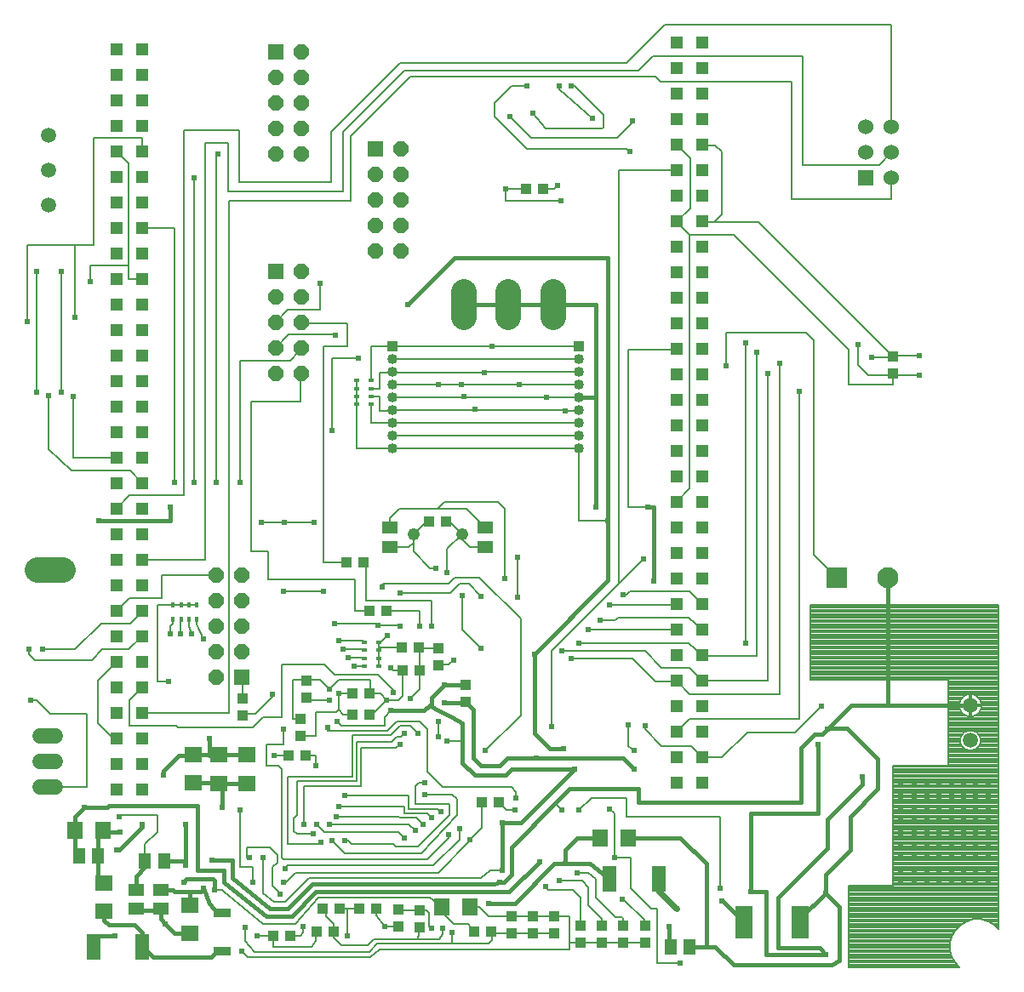
<source format=gbl>
G75*
%MOIN*%
%OFA0B0*%
%FSLAX25Y25*%
%IPPOS*%
%LPD*%
%AMOC8*
5,1,8,0,0,1.08239X$1,22.5*
%
%ADD10R,0.04724X0.04724*%
%ADD11R,0.04331X0.03937*%
%ADD12R,0.03937X0.04331*%
%ADD13R,0.05906X0.05118*%
%ADD14C,0.04800*%
%ADD15C,0.06024*%
%ADD16C,0.05906*%
%ADD17R,0.06024X0.06024*%
%ADD18C,0.06024*%
%ADD19R,0.02362X0.01575*%
%ADD20OC8,0.06024*%
%ADD21R,0.08268X0.08268*%
%ADD22C,0.08268*%
%ADD23R,0.06299X0.07087*%
%ADD24R,0.05118X0.05906*%
%ADD25R,0.05709X0.10236*%
%ADD26R,0.07000X0.03600*%
%ADD27R,0.07087X0.12598*%
%ADD28R,0.01575X0.02362*%
%ADD29C,0.10000*%
%ADD30R,0.07098X0.06299*%
%ADD31R,0.04000X0.04000*%
%ADD32C,0.04000*%
%ADD33R,0.07087X0.06299*%
%ADD34C,0.02400*%
%ADD35C,0.00800*%
%ADD36C,0.00787*%
%ADD37C,0.02381*%
%ADD38C,0.01600*%
%ADD39C,0.02400*%
D10*
X0081614Y0083150D03*
X0081614Y0093150D03*
X0091614Y0093150D03*
X0091614Y0083150D03*
X0091614Y0103150D03*
X0091614Y0113150D03*
X0091614Y0123150D03*
X0091614Y0133150D03*
X0091614Y0143150D03*
X0091614Y0153150D03*
X0091614Y0163150D03*
X0091614Y0173150D03*
X0091614Y0183150D03*
X0091614Y0193150D03*
X0091614Y0203150D03*
X0091614Y0213150D03*
X0091614Y0223150D03*
X0091614Y0233150D03*
X0091614Y0243150D03*
X0091614Y0253150D03*
X0091614Y0263150D03*
X0091614Y0273150D03*
X0091614Y0283150D03*
X0091614Y0293150D03*
X0091614Y0303150D03*
X0091614Y0313150D03*
X0091614Y0323150D03*
X0091614Y0333150D03*
X0091614Y0343150D03*
X0091614Y0353150D03*
X0091614Y0363150D03*
X0091614Y0373150D03*
X0081614Y0373150D03*
X0081614Y0363150D03*
X0081614Y0353150D03*
X0081614Y0343150D03*
X0081614Y0333150D03*
X0081614Y0323150D03*
X0081614Y0313150D03*
X0081614Y0303150D03*
X0081614Y0293150D03*
X0081614Y0283150D03*
X0081614Y0273150D03*
X0081614Y0263150D03*
X0081614Y0253150D03*
X0081614Y0243150D03*
X0081614Y0233150D03*
X0081614Y0223150D03*
X0081614Y0213150D03*
X0081614Y0203150D03*
X0081614Y0193150D03*
X0081614Y0183150D03*
X0081614Y0173150D03*
X0081614Y0163150D03*
X0081614Y0153150D03*
X0081614Y0143150D03*
X0081614Y0133150D03*
X0081614Y0123150D03*
X0081614Y0113150D03*
X0081614Y0103150D03*
X0301145Y0105650D03*
X0301145Y0095650D03*
X0311145Y0095650D03*
X0311145Y0105650D03*
X0311145Y0115650D03*
X0301145Y0115650D03*
X0301145Y0125650D03*
X0301145Y0135650D03*
X0301145Y0145650D03*
X0311145Y0145650D03*
X0311145Y0135650D03*
X0311145Y0125650D03*
X0311145Y0155650D03*
X0301145Y0155650D03*
X0301145Y0165650D03*
X0301145Y0175650D03*
X0311145Y0175650D03*
X0311145Y0165650D03*
X0311145Y0185650D03*
X0301145Y0185650D03*
X0301145Y0195650D03*
X0301145Y0205650D03*
X0311145Y0205650D03*
X0311145Y0195650D03*
X0311145Y0215650D03*
X0301145Y0215650D03*
X0301145Y0225650D03*
X0301145Y0235650D03*
X0311145Y0235650D03*
X0311145Y0225650D03*
X0311145Y0245650D03*
X0301145Y0245650D03*
X0301145Y0255650D03*
X0301145Y0265650D03*
X0311145Y0265650D03*
X0311145Y0255650D03*
X0311145Y0275650D03*
X0301145Y0275650D03*
X0301145Y0285650D03*
X0301145Y0295650D03*
X0311145Y0295650D03*
X0311145Y0285650D03*
X0311145Y0305650D03*
X0301145Y0305650D03*
X0301145Y0315650D03*
X0301145Y0325650D03*
X0311145Y0325650D03*
X0311145Y0315650D03*
X0311145Y0335650D03*
X0301145Y0335650D03*
X0301145Y0345650D03*
X0301145Y0355650D03*
X0311145Y0355650D03*
X0311145Y0345650D03*
X0311145Y0365650D03*
X0301145Y0365650D03*
X0301145Y0375650D03*
X0311145Y0375650D03*
X0311145Y0085650D03*
X0301145Y0085650D03*
D11*
X0236395Y0033346D03*
X0236395Y0026654D03*
X0200395Y0029204D03*
X0200395Y0035896D03*
X0191995Y0035996D03*
X0191995Y0029304D03*
X0149742Y0025800D03*
X0143049Y0025800D03*
X0131095Y0112154D03*
X0131095Y0118846D03*
X0174049Y0120650D03*
X0180742Y0120650D03*
X0180742Y0112500D03*
X0174049Y0112500D03*
X0242049Y0318600D03*
X0248742Y0318600D03*
D12*
X0210742Y0188150D03*
X0204049Y0188150D03*
X0178542Y0172200D03*
X0171849Y0172200D03*
X0180849Y0153000D03*
X0187542Y0153000D03*
X0193399Y0138950D03*
X0200092Y0138950D03*
X0207795Y0138596D03*
X0207795Y0131904D03*
X0200392Y0129800D03*
X0193699Y0129800D03*
X0218245Y0124246D03*
X0218245Y0117554D03*
X0224649Y0078000D03*
X0231342Y0078000D03*
X0244795Y0033346D03*
X0244795Y0026654D03*
X0253195Y0026654D03*
X0253195Y0033346D03*
X0263395Y0029746D03*
X0263395Y0023054D03*
X0271795Y0023054D03*
X0271795Y0029746D03*
X0280195Y0029746D03*
X0280195Y0023054D03*
X0288595Y0023054D03*
X0288595Y0029746D03*
X0228342Y0027600D03*
X0221649Y0027600D03*
X0183392Y0036350D03*
X0176699Y0036350D03*
X0169092Y0036350D03*
X0162399Y0036350D03*
X0160149Y0027600D03*
X0166842Y0027600D03*
X0155742Y0096600D03*
X0149049Y0096600D03*
X0153845Y0104004D03*
X0153845Y0110696D03*
X0156095Y0119154D03*
X0156095Y0125846D03*
X0385645Y0245954D03*
X0385645Y0252646D03*
D13*
X0226145Y0185640D03*
X0226145Y0178160D03*
X0188645Y0178160D03*
X0188645Y0185640D03*
X0098995Y0043940D03*
X0098995Y0036460D03*
X0089395Y0036460D03*
X0089395Y0043940D03*
D14*
X0197895Y0183150D03*
X0216895Y0183150D03*
D15*
X0057607Y0104000D02*
X0051583Y0104000D01*
X0051583Y0094000D02*
X0057607Y0094000D01*
X0057607Y0084000D02*
X0051583Y0084000D01*
D16*
X0054989Y0312020D03*
X0054989Y0325800D03*
X0054989Y0339580D03*
X0416001Y0116090D03*
X0416001Y0102310D03*
D17*
X0374995Y0322800D03*
X0182995Y0334200D03*
X0143995Y0372000D03*
X0143995Y0286200D03*
X0130795Y0127200D03*
D18*
X0374995Y0332800D03*
X0374995Y0342800D03*
X0384995Y0342800D03*
X0384995Y0332800D03*
X0384995Y0322800D03*
D19*
X0184420Y0140775D03*
X0184420Y0137650D03*
X0184420Y0134525D03*
X0184420Y0131400D03*
X0178795Y0131400D03*
X0178795Y0134525D03*
X0178795Y0137650D03*
X0178795Y0140775D03*
X0181420Y0234000D03*
X0181420Y0237125D03*
X0181420Y0240250D03*
X0181420Y0243375D03*
X0175795Y0243375D03*
X0175795Y0240250D03*
X0175795Y0237125D03*
X0175795Y0234000D03*
D20*
X0153995Y0246200D03*
X0143995Y0246200D03*
X0143995Y0256200D03*
X0143995Y0266200D03*
X0153995Y0266200D03*
X0153995Y0256200D03*
X0153995Y0276200D03*
X0143995Y0276200D03*
X0153995Y0286200D03*
X0182995Y0294200D03*
X0182995Y0304200D03*
X0192995Y0304200D03*
X0192995Y0294200D03*
X0192995Y0314200D03*
X0182995Y0314200D03*
X0182995Y0324200D03*
X0192995Y0324200D03*
X0192995Y0334200D03*
X0153995Y0332000D03*
X0143995Y0332000D03*
X0143995Y0342000D03*
X0143995Y0352000D03*
X0153995Y0352000D03*
X0153995Y0342000D03*
X0153995Y0362000D03*
X0143995Y0362000D03*
X0153995Y0372000D03*
X0130795Y0167200D03*
X0130795Y0157200D03*
X0130795Y0147200D03*
X0120795Y0147200D03*
X0120795Y0157200D03*
X0120795Y0167200D03*
X0120795Y0137200D03*
X0120795Y0127200D03*
X0130795Y0137200D03*
D21*
X0363595Y0166200D03*
D22*
X0383595Y0166200D03*
D23*
X0282107Y0064200D03*
X0271083Y0064200D03*
X0220007Y0037200D03*
X0208983Y0037200D03*
X0076307Y0067200D03*
X0065283Y0067200D03*
D24*
X0067055Y0057000D03*
X0074535Y0057000D03*
X0092855Y0055200D03*
X0100335Y0055200D03*
X0298655Y0021600D03*
X0306135Y0021600D03*
D25*
X0294021Y0048000D03*
X0274769Y0048000D03*
X0091821Y0021600D03*
X0072569Y0021600D03*
D26*
X0122995Y0019800D03*
X0122995Y0034800D03*
D27*
X0327372Y0031200D03*
X0349419Y0031200D03*
D28*
X0113170Y0149775D03*
X0110045Y0149775D03*
X0106920Y0149775D03*
X0103795Y0149775D03*
X0103795Y0155400D03*
X0106920Y0155400D03*
X0110045Y0155400D03*
X0113170Y0155400D03*
D29*
X0060795Y0169200D02*
X0050795Y0169200D01*
X0217795Y0268000D02*
X0217795Y0278000D01*
X0235195Y0278000D02*
X0235195Y0268000D01*
X0252595Y0268000D02*
X0252595Y0278000D01*
D30*
X0132595Y0096798D03*
X0121795Y0096798D03*
X0121795Y0085602D03*
X0132595Y0085602D03*
D31*
X0189595Y0256800D03*
X0262795Y0256800D03*
D32*
X0262795Y0251800D03*
X0262795Y0246800D03*
X0262795Y0241800D03*
X0262795Y0236800D03*
X0262795Y0231800D03*
X0262795Y0226800D03*
X0262795Y0221800D03*
X0262795Y0216800D03*
X0189595Y0216800D03*
X0189595Y0221800D03*
X0189595Y0226800D03*
X0189595Y0231800D03*
X0189595Y0236800D03*
X0189595Y0241800D03*
X0189595Y0246800D03*
X0189595Y0251800D03*
D33*
X0111595Y0096712D03*
X0111595Y0085688D03*
X0076795Y0046312D03*
X0076795Y0035288D03*
X0110395Y0037912D03*
X0110395Y0026888D03*
D34*
X0100795Y0030600D03*
X0107995Y0046800D03*
X0108595Y0053400D03*
X0119007Y0055400D03*
X0115795Y0044400D03*
X0119995Y0043800D03*
X0133795Y0056400D03*
X0139195Y0056400D03*
X0147595Y0052200D03*
X0146995Y0046800D03*
X0145795Y0042000D03*
X0134995Y0046800D03*
X0132152Y0028957D03*
X0136795Y0025800D03*
X0130795Y0019800D03*
X0154795Y0029400D03*
X0172195Y0025800D03*
X0186595Y0029400D03*
X0212995Y0027000D03*
X0227395Y0038400D03*
X0231595Y0046800D03*
X0232795Y0051600D03*
X0247495Y0054900D03*
X0249595Y0045000D03*
X0254995Y0047400D03*
X0257395Y0054000D03*
X0262195Y0050400D03*
X0276595Y0056400D03*
X0279595Y0040200D03*
X0298195Y0029400D03*
X0300895Y0036300D03*
X0318595Y0039600D03*
X0317995Y0044400D03*
X0329995Y0043200D03*
X0359395Y0042600D03*
X0359395Y0018600D03*
X0388795Y0046800D03*
X0394195Y0046800D03*
X0398995Y0046800D03*
X0403795Y0046800D03*
X0403795Y0051600D03*
X0398995Y0051600D03*
X0394195Y0051600D03*
X0394195Y0056400D03*
X0394195Y0061200D03*
X0394195Y0066000D03*
X0394195Y0070800D03*
X0394195Y0075600D03*
X0394195Y0080400D03*
X0394195Y0085200D03*
X0398995Y0085200D03*
X0398995Y0080400D03*
X0398995Y0075600D03*
X0398995Y0070800D03*
X0398995Y0066000D03*
X0398995Y0061200D03*
X0398995Y0056400D03*
X0403795Y0056400D03*
X0403795Y0061200D03*
X0403795Y0066000D03*
X0403795Y0070800D03*
X0403795Y0075600D03*
X0403795Y0080400D03*
X0403795Y0085200D03*
X0408595Y0085200D03*
X0408595Y0080400D03*
X0408595Y0075600D03*
X0408595Y0070800D03*
X0408595Y0066000D03*
X0408595Y0061200D03*
X0408595Y0056400D03*
X0408595Y0051600D03*
X0413395Y0051600D03*
X0413395Y0056400D03*
X0413395Y0061200D03*
X0413395Y0066000D03*
X0413395Y0070800D03*
X0413395Y0075600D03*
X0413395Y0080400D03*
X0413395Y0085200D03*
X0418195Y0085200D03*
X0418195Y0080400D03*
X0418195Y0075600D03*
X0418195Y0070800D03*
X0418195Y0066000D03*
X0418195Y0061200D03*
X0418195Y0056400D03*
X0418195Y0051600D03*
X0422995Y0051600D03*
X0422995Y0056400D03*
X0422995Y0061200D03*
X0422995Y0066000D03*
X0422995Y0070800D03*
X0422995Y0075600D03*
X0422995Y0080400D03*
X0422995Y0085200D03*
X0388795Y0085200D03*
X0388795Y0080400D03*
X0388795Y0075600D03*
X0388795Y0070800D03*
X0388795Y0066000D03*
X0388795Y0061200D03*
X0388795Y0056400D03*
X0388795Y0051600D03*
X0408595Y0046800D03*
X0413395Y0046800D03*
X0418195Y0046800D03*
X0422995Y0046800D03*
X0373795Y0088200D03*
X0356395Y0100800D03*
X0359995Y0106800D03*
X0357595Y0115800D03*
X0328195Y0140400D03*
X0292195Y0164700D03*
X0287995Y0173400D03*
X0280195Y0159600D03*
X0274795Y0155400D03*
X0271195Y0149400D03*
X0266395Y0145800D03*
X0262795Y0140400D03*
X0259795Y0134400D03*
X0256195Y0137400D03*
X0245395Y0136200D03*
X0224395Y0138600D03*
X0213595Y0133800D03*
X0209995Y0124200D03*
X0209995Y0117000D03*
X0207595Y0109800D03*
X0207595Y0103800D03*
X0211195Y0102000D03*
X0199795Y0105000D03*
X0194395Y0105000D03*
X0192595Y0100800D03*
X0188995Y0114000D03*
X0190195Y0121200D03*
X0196795Y0118800D03*
X0188995Y0130800D03*
X0187795Y0143400D03*
X0184195Y0147600D03*
X0192595Y0147000D03*
X0200395Y0147000D03*
X0205195Y0147000D03*
X0217195Y0159000D03*
X0224445Y0158950D03*
X0238795Y0158400D03*
X0238795Y0174000D03*
X0269395Y0193800D03*
X0274195Y0188400D03*
X0289795Y0193800D03*
X0257395Y0231600D03*
X0250195Y0236800D03*
X0239395Y0241800D03*
X0228595Y0256800D03*
X0225595Y0246600D03*
X0216595Y0241800D03*
X0217795Y0237000D03*
X0221995Y0232200D03*
X0207595Y0241800D03*
X0176395Y0252000D03*
X0167395Y0261000D03*
X0161395Y0281400D03*
X0195595Y0273000D03*
X0165895Y0223800D03*
X0158995Y0187800D03*
X0147295Y0187800D03*
X0138295Y0187800D03*
X0130195Y0203400D03*
X0120595Y0203400D03*
X0112195Y0203400D03*
X0104395Y0203400D03*
X0102595Y0193800D03*
X0074695Y0188400D03*
X0102595Y0144000D03*
X0106795Y0144000D03*
X0110995Y0144000D03*
X0115795Y0142200D03*
X0101995Y0125400D03*
X0118195Y0103200D03*
X0100195Y0088800D03*
X0091795Y0069600D03*
X0083095Y0066300D03*
X0082795Y0072600D03*
X0081595Y0059400D03*
X0068995Y0076200D03*
X0108595Y0069600D03*
X0122995Y0076200D03*
X0130195Y0075000D03*
X0143395Y0096600D03*
X0146995Y0106800D03*
X0159595Y0092400D03*
X0164395Y0107400D03*
X0167995Y0109800D03*
X0164995Y0118200D03*
X0164995Y0122400D03*
X0174595Y0131400D03*
X0172495Y0134700D03*
X0170395Y0138000D03*
X0168595Y0141600D03*
X0166992Y0148022D03*
X0162595Y0160800D03*
X0146995Y0160800D03*
X0185695Y0162600D03*
X0192595Y0160200D03*
X0142795Y0120600D03*
X0211795Y0065400D03*
X0215995Y0067800D03*
X0220195Y0063600D03*
X0232795Y0070200D03*
X0237595Y0075000D03*
X0238195Y0079800D03*
X0245995Y0095400D03*
X0256795Y0099000D03*
X0260995Y0091200D03*
X0262795Y0075000D03*
X0256195Y0075000D03*
X0274795Y0075600D03*
X0284395Y0091200D03*
X0284395Y0098400D03*
X0281995Y0108600D03*
X0288595Y0108000D03*
X0251995Y0107700D03*
X0226195Y0098400D03*
X0302395Y0015000D03*
X0080995Y0025800D03*
X0047995Y0118200D03*
X0047395Y0138000D03*
X0052795Y0138000D03*
X0055195Y0237600D03*
X0050395Y0238800D03*
X0059995Y0238800D03*
X0064795Y0237000D03*
X0065395Y0268200D03*
X0071395Y0282000D03*
X0059995Y0286200D03*
X0050395Y0286200D03*
X0046795Y0266400D03*
X0112195Y0322800D03*
X0121448Y0332000D03*
X0233995Y0318600D03*
X0254395Y0319800D03*
X0255595Y0313800D03*
X0282595Y0333000D03*
X0283795Y0345000D03*
X0268195Y0346200D03*
X0259795Y0358800D03*
X0254995Y0358800D03*
X0244795Y0348000D03*
X0235795Y0346800D03*
X0242395Y0358800D03*
X0328195Y0258000D03*
X0332395Y0254400D03*
X0336595Y0246000D03*
X0341395Y0250200D03*
X0348895Y0239100D03*
X0371995Y0257400D03*
X0377395Y0252600D03*
X0395995Y0253200D03*
X0395995Y0245400D03*
X0320395Y0249000D03*
D35*
X0320395Y0262200D01*
X0351595Y0262200D01*
X0354595Y0259200D01*
X0354595Y0175200D01*
X0363595Y0166200D01*
X0353395Y0155400D02*
X0427048Y0155400D01*
X0427064Y0028463D01*
X0425365Y0030162D01*
X0422925Y0031571D01*
X0420204Y0032300D01*
X0417386Y0032300D01*
X0414665Y0031571D01*
X0412225Y0030162D01*
X0410233Y0028170D01*
X0408824Y0025730D01*
X0408095Y0023009D01*
X0408095Y0020191D01*
X0408824Y0017470D01*
X0410233Y0015030D01*
X0411816Y0013447D01*
X0368395Y0013442D01*
X0368395Y0045600D01*
X0385795Y0045600D01*
X0385795Y0092400D01*
X0407395Y0092400D01*
X0407395Y0126000D01*
X0353395Y0126000D01*
X0353395Y0155400D01*
X0353395Y0155128D02*
X0427048Y0155128D01*
X0427048Y0154329D02*
X0353395Y0154329D01*
X0353395Y0153531D02*
X0427048Y0153531D01*
X0427048Y0152732D02*
X0353395Y0152732D01*
X0353395Y0151934D02*
X0427048Y0151934D01*
X0427048Y0151135D02*
X0353395Y0151135D01*
X0353395Y0150337D02*
X0427048Y0150337D01*
X0427049Y0149538D02*
X0353395Y0149538D01*
X0353395Y0148739D02*
X0427049Y0148739D01*
X0427049Y0147941D02*
X0353395Y0147941D01*
X0353395Y0147142D02*
X0427049Y0147142D01*
X0427049Y0146344D02*
X0353395Y0146344D01*
X0353395Y0145545D02*
X0427049Y0145545D01*
X0427049Y0144747D02*
X0353395Y0144747D01*
X0353395Y0143948D02*
X0427049Y0143948D01*
X0427049Y0143150D02*
X0353395Y0143150D01*
X0353395Y0142351D02*
X0427049Y0142351D01*
X0427050Y0141553D02*
X0353395Y0141553D01*
X0353395Y0140754D02*
X0427050Y0140754D01*
X0427050Y0139956D02*
X0353395Y0139956D01*
X0353395Y0139157D02*
X0427050Y0139157D01*
X0427050Y0138359D02*
X0353395Y0138359D01*
X0353395Y0137560D02*
X0427050Y0137560D01*
X0427050Y0136762D02*
X0353395Y0136762D01*
X0353395Y0135963D02*
X0427050Y0135963D01*
X0427050Y0135165D02*
X0353395Y0135165D01*
X0353395Y0134366D02*
X0427050Y0134366D01*
X0427051Y0133568D02*
X0353395Y0133568D01*
X0353395Y0132769D02*
X0427051Y0132769D01*
X0427051Y0131971D02*
X0353395Y0131971D01*
X0353395Y0131172D02*
X0427051Y0131172D01*
X0427051Y0130374D02*
X0353395Y0130374D01*
X0353395Y0129575D02*
X0427051Y0129575D01*
X0427051Y0128777D02*
X0353395Y0128777D01*
X0353395Y0127978D02*
X0427051Y0127978D01*
X0427051Y0127180D02*
X0353395Y0127180D01*
X0353395Y0126381D02*
X0427051Y0126381D01*
X0427052Y0125583D02*
X0407395Y0125583D01*
X0407395Y0124784D02*
X0427052Y0124784D01*
X0427052Y0123986D02*
X0407395Y0123986D01*
X0407395Y0123187D02*
X0427052Y0123187D01*
X0427052Y0122389D02*
X0407395Y0122389D01*
X0407395Y0121590D02*
X0427052Y0121590D01*
X0427052Y0120792D02*
X0407395Y0120792D01*
X0407395Y0119993D02*
X0414074Y0119993D01*
X0414331Y0120124D02*
X0413720Y0119813D01*
X0413166Y0119410D01*
X0412681Y0118925D01*
X0412279Y0118371D01*
X0411968Y0117761D01*
X0411756Y0117109D01*
X0411658Y0116490D01*
X0415601Y0116490D01*
X0415601Y0115690D01*
X0411658Y0115690D01*
X0411756Y0115070D01*
X0411968Y0114419D01*
X0412279Y0113808D01*
X0412681Y0113254D01*
X0413166Y0112770D01*
X0413720Y0112367D01*
X0414331Y0112056D01*
X0414982Y0111844D01*
X0415601Y0111746D01*
X0415601Y0115690D01*
X0416401Y0115690D01*
X0416401Y0111746D01*
X0417021Y0111844D01*
X0417672Y0112056D01*
X0418283Y0112367D01*
X0418837Y0112770D01*
X0419322Y0113254D01*
X0419724Y0113808D01*
X0420035Y0114419D01*
X0420247Y0115070D01*
X0420345Y0115690D01*
X0416401Y0115690D01*
X0416401Y0116490D01*
X0415601Y0116490D01*
X0415601Y0120433D01*
X0414982Y0120335D01*
X0414331Y0120124D01*
X0415601Y0119993D02*
X0416401Y0119993D01*
X0416401Y0120433D02*
X0416401Y0116490D01*
X0420345Y0116490D01*
X0420247Y0117109D01*
X0420035Y0117761D01*
X0419724Y0118371D01*
X0419322Y0118925D01*
X0418837Y0119410D01*
X0418283Y0119813D01*
X0417672Y0120124D01*
X0417021Y0120335D01*
X0416401Y0120433D01*
X0416401Y0119195D02*
X0415601Y0119195D01*
X0415601Y0118396D02*
X0416401Y0118396D01*
X0416401Y0117598D02*
X0415601Y0117598D01*
X0415601Y0116799D02*
X0416401Y0116799D01*
X0416401Y0116001D02*
X0427053Y0116001D01*
X0427053Y0116799D02*
X0420296Y0116799D01*
X0420088Y0117598D02*
X0427053Y0117598D01*
X0427052Y0118396D02*
X0419706Y0118396D01*
X0419052Y0119195D02*
X0427052Y0119195D01*
X0427052Y0119993D02*
X0417929Y0119993D01*
X0415601Y0116001D02*
X0407395Y0116001D01*
X0407395Y0116799D02*
X0411707Y0116799D01*
X0411915Y0117598D02*
X0407395Y0117598D01*
X0407395Y0118396D02*
X0412297Y0118396D01*
X0412951Y0119195D02*
X0407395Y0119195D01*
X0407395Y0115202D02*
X0411735Y0115202D01*
X0411975Y0114403D02*
X0407395Y0114403D01*
X0407395Y0113605D02*
X0412426Y0113605D01*
X0413129Y0112806D02*
X0407395Y0112806D01*
X0407395Y0112008D02*
X0414478Y0112008D01*
X0415601Y0112008D02*
X0416401Y0112008D01*
X0416401Y0112806D02*
X0415601Y0112806D01*
X0415601Y0113605D02*
X0416401Y0113605D01*
X0416401Y0114403D02*
X0415601Y0114403D01*
X0415601Y0115202D02*
X0416401Y0115202D01*
X0417525Y0112008D02*
X0427053Y0112008D01*
X0427053Y0112806D02*
X0418874Y0112806D01*
X0419576Y0113605D02*
X0427053Y0113605D01*
X0427053Y0114403D02*
X0420027Y0114403D01*
X0420268Y0115202D02*
X0427053Y0115202D01*
X0427053Y0111209D02*
X0407395Y0111209D01*
X0407395Y0110411D02*
X0427054Y0110411D01*
X0427054Y0109612D02*
X0407395Y0109612D01*
X0407395Y0108814D02*
X0427054Y0108814D01*
X0427054Y0108015D02*
X0407395Y0108015D01*
X0407395Y0107217D02*
X0427054Y0107217D01*
X0427054Y0106418D02*
X0407395Y0106418D01*
X0407395Y0105620D02*
X0413721Y0105620D01*
X0413762Y0105661D02*
X0412650Y0104549D01*
X0412049Y0103096D01*
X0412049Y0101524D01*
X0412650Y0100071D01*
X0413762Y0098959D01*
X0415215Y0098357D01*
X0416788Y0098357D01*
X0418240Y0098959D01*
X0419352Y0100071D01*
X0419954Y0101524D01*
X0419954Y0103096D01*
X0419352Y0104549D01*
X0418240Y0105661D01*
X0416788Y0106263D01*
X0415215Y0106263D01*
X0413762Y0105661D01*
X0412923Y0104821D02*
X0407395Y0104821D01*
X0407395Y0104023D02*
X0412432Y0104023D01*
X0412102Y0103224D02*
X0407395Y0103224D01*
X0407395Y0102426D02*
X0412049Y0102426D01*
X0412049Y0101627D02*
X0407395Y0101627D01*
X0407395Y0100829D02*
X0412337Y0100829D01*
X0412691Y0100030D02*
X0407395Y0100030D01*
X0407395Y0099232D02*
X0413490Y0099232D01*
X0415032Y0098433D02*
X0407395Y0098433D01*
X0407395Y0097635D02*
X0427055Y0097635D01*
X0427055Y0098433D02*
X0416971Y0098433D01*
X0418513Y0099232D02*
X0427055Y0099232D01*
X0427055Y0100030D02*
X0419312Y0100030D01*
X0419666Y0100829D02*
X0427055Y0100829D01*
X0427055Y0101627D02*
X0419954Y0101627D01*
X0419954Y0102426D02*
X0427055Y0102426D01*
X0427054Y0103224D02*
X0419901Y0103224D01*
X0419570Y0104023D02*
X0427054Y0104023D01*
X0427054Y0104821D02*
X0419080Y0104821D01*
X0418282Y0105620D02*
X0427054Y0105620D01*
X0427055Y0096836D02*
X0407395Y0096836D01*
X0407395Y0096038D02*
X0427055Y0096038D01*
X0427055Y0095239D02*
X0407395Y0095239D01*
X0407395Y0094441D02*
X0427056Y0094441D01*
X0427056Y0093642D02*
X0407395Y0093642D01*
X0407395Y0092844D02*
X0427056Y0092844D01*
X0427056Y0092045D02*
X0385795Y0092045D01*
X0385795Y0091247D02*
X0427056Y0091247D01*
X0427056Y0090448D02*
X0385795Y0090448D01*
X0385795Y0089650D02*
X0427056Y0089650D01*
X0427056Y0088851D02*
X0385795Y0088851D01*
X0385795Y0088053D02*
X0427056Y0088053D01*
X0427056Y0087254D02*
X0385795Y0087254D01*
X0385795Y0086456D02*
X0427057Y0086456D01*
X0427057Y0085657D02*
X0385795Y0085657D01*
X0385795Y0084859D02*
X0427057Y0084859D01*
X0427057Y0084060D02*
X0385795Y0084060D01*
X0385795Y0083262D02*
X0427057Y0083262D01*
X0427057Y0082463D02*
X0385795Y0082463D01*
X0385795Y0081665D02*
X0427057Y0081665D01*
X0427057Y0080866D02*
X0385795Y0080866D01*
X0385795Y0080068D02*
X0427057Y0080068D01*
X0427057Y0079269D02*
X0385795Y0079269D01*
X0385795Y0078470D02*
X0427058Y0078470D01*
X0427058Y0077672D02*
X0385795Y0077672D01*
X0385795Y0076873D02*
X0427058Y0076873D01*
X0427058Y0076075D02*
X0385795Y0076075D01*
X0385795Y0075276D02*
X0427058Y0075276D01*
X0427058Y0074478D02*
X0385795Y0074478D01*
X0385795Y0073679D02*
X0427058Y0073679D01*
X0427058Y0072881D02*
X0385795Y0072881D01*
X0385795Y0072082D02*
X0427058Y0072082D01*
X0427058Y0071284D02*
X0385795Y0071284D01*
X0385795Y0070485D02*
X0427059Y0070485D01*
X0427059Y0069687D02*
X0385795Y0069687D01*
X0385795Y0068888D02*
X0427059Y0068888D01*
X0427059Y0068090D02*
X0385795Y0068090D01*
X0385795Y0067291D02*
X0427059Y0067291D01*
X0427059Y0066493D02*
X0385795Y0066493D01*
X0385795Y0065694D02*
X0427059Y0065694D01*
X0427059Y0064896D02*
X0385795Y0064896D01*
X0385795Y0064097D02*
X0427059Y0064097D01*
X0427059Y0063299D02*
X0385795Y0063299D01*
X0385795Y0062500D02*
X0427060Y0062500D01*
X0427060Y0061702D02*
X0385795Y0061702D01*
X0385795Y0060903D02*
X0427060Y0060903D01*
X0427060Y0060105D02*
X0385795Y0060105D01*
X0385795Y0059306D02*
X0427060Y0059306D01*
X0427060Y0058508D02*
X0385795Y0058508D01*
X0385795Y0057709D02*
X0427060Y0057709D01*
X0427060Y0056911D02*
X0385795Y0056911D01*
X0385795Y0056112D02*
X0427060Y0056112D01*
X0427061Y0055314D02*
X0385795Y0055314D01*
X0385795Y0054515D02*
X0427061Y0054515D01*
X0427061Y0053717D02*
X0385795Y0053717D01*
X0385795Y0052918D02*
X0427061Y0052918D01*
X0427061Y0052120D02*
X0385795Y0052120D01*
X0385795Y0051321D02*
X0427061Y0051321D01*
X0427061Y0050523D02*
X0385795Y0050523D01*
X0385795Y0049724D02*
X0427061Y0049724D01*
X0427061Y0048926D02*
X0385795Y0048926D01*
X0385795Y0048127D02*
X0427061Y0048127D01*
X0427062Y0047329D02*
X0385795Y0047329D01*
X0385795Y0046530D02*
X0427062Y0046530D01*
X0427062Y0045732D02*
X0385795Y0045732D01*
X0368395Y0044933D02*
X0427062Y0044933D01*
X0427062Y0044134D02*
X0368395Y0044134D01*
X0368395Y0043336D02*
X0427062Y0043336D01*
X0427062Y0042537D02*
X0368395Y0042537D01*
X0368395Y0041739D02*
X0427062Y0041739D01*
X0427062Y0040940D02*
X0368395Y0040940D01*
X0368395Y0040142D02*
X0427062Y0040142D01*
X0427063Y0039343D02*
X0368395Y0039343D01*
X0368395Y0038545D02*
X0427063Y0038545D01*
X0427063Y0037746D02*
X0368395Y0037746D01*
X0368395Y0036948D02*
X0427063Y0036948D01*
X0427063Y0036149D02*
X0368395Y0036149D01*
X0368395Y0035351D02*
X0427063Y0035351D01*
X0427063Y0034552D02*
X0368395Y0034552D01*
X0368395Y0033754D02*
X0427063Y0033754D01*
X0427063Y0032955D02*
X0368395Y0032955D01*
X0368395Y0032157D02*
X0416852Y0032157D01*
X0414297Y0031358D02*
X0368395Y0031358D01*
X0368395Y0030560D02*
X0412914Y0030560D01*
X0411824Y0029761D02*
X0368395Y0029761D01*
X0368395Y0028963D02*
X0411026Y0028963D01*
X0410230Y0028164D02*
X0368395Y0028164D01*
X0368395Y0027366D02*
X0409769Y0027366D01*
X0409308Y0026567D02*
X0368395Y0026567D01*
X0368395Y0025769D02*
X0408847Y0025769D01*
X0408621Y0024970D02*
X0368395Y0024970D01*
X0368395Y0024172D02*
X0408407Y0024172D01*
X0408193Y0023373D02*
X0368395Y0023373D01*
X0368395Y0022575D02*
X0408095Y0022575D01*
X0408095Y0021776D02*
X0368395Y0021776D01*
X0368395Y0020978D02*
X0408095Y0020978D01*
X0408098Y0020179D02*
X0368395Y0020179D01*
X0368395Y0019381D02*
X0408312Y0019381D01*
X0408526Y0018582D02*
X0368395Y0018582D01*
X0368395Y0017784D02*
X0408740Y0017784D01*
X0409104Y0016985D02*
X0368395Y0016985D01*
X0368395Y0016187D02*
X0409565Y0016187D01*
X0410026Y0015388D02*
X0368395Y0015388D01*
X0368395Y0014590D02*
X0410673Y0014590D01*
X0411472Y0013791D02*
X0368395Y0013791D01*
X0317995Y0044400D02*
X0317995Y0072600D01*
X0281395Y0072600D01*
X0281395Y0079800D01*
X0267595Y0079800D01*
X0262795Y0075000D01*
X0256195Y0075000D02*
X0253795Y0077400D01*
X0253795Y0078000D01*
X0238195Y0079800D02*
X0238195Y0082200D01*
X0236395Y0084000D01*
X0209395Y0084000D01*
X0203395Y0090000D01*
X0203395Y0106800D01*
X0200395Y0109800D01*
X0191395Y0109800D01*
X0187795Y0106200D01*
X0164395Y0106200D01*
X0164395Y0107400D01*
X0167995Y0109800D02*
X0169795Y0108000D01*
X0186595Y0108000D01*
X0186595Y0111600D01*
X0188995Y0114000D01*
X0187395Y0118150D02*
X0181745Y0112500D01*
X0180742Y0112500D01*
X0174049Y0112500D02*
X0170545Y0112500D01*
X0168645Y0114400D01*
X0167645Y0113400D01*
X0159595Y0113400D01*
X0159595Y0104004D01*
X0153845Y0104004D01*
X0153845Y0110696D02*
X0150595Y0110696D01*
X0150595Y0126000D01*
X0156095Y0126000D01*
X0156095Y0125846D01*
X0156249Y0126000D01*
X0161395Y0126000D01*
X0164995Y0122400D01*
X0168595Y0126000D01*
X0181195Y0126000D01*
X0181195Y0120650D01*
X0180742Y0120650D01*
X0184195Y0128100D02*
X0190195Y0122100D01*
X0190195Y0121200D01*
X0191945Y0118150D02*
X0187395Y0118150D01*
X0191945Y0118150D02*
X0193699Y0119904D01*
X0193699Y0129800D01*
X0189995Y0129800D01*
X0188995Y0130800D01*
X0184420Y0131400D02*
X0184420Y0134525D01*
X0184545Y0134400D01*
X0184420Y0134525D02*
X0184420Y0137650D01*
X0184420Y0138950D01*
X0193399Y0138950D01*
X0187795Y0143400D02*
X0185170Y0140775D01*
X0184420Y0140775D01*
X0184420Y0137650D01*
X0178795Y0137650D02*
X0178445Y0138000D01*
X0170395Y0138000D01*
X0172495Y0134700D02*
X0178620Y0134700D01*
X0178795Y0134525D01*
X0178795Y0131400D02*
X0174595Y0131400D01*
X0167095Y0128100D02*
X0184195Y0128100D01*
X0178795Y0140775D02*
X0177970Y0141600D01*
X0168595Y0141600D01*
X0166992Y0148022D02*
X0183773Y0148022D01*
X0184195Y0147600D01*
X0191995Y0147600D01*
X0192595Y0147000D01*
X0187542Y0153000D02*
X0200395Y0153000D01*
X0200395Y0147000D01*
X0205195Y0147000D02*
X0205195Y0157200D01*
X0179395Y0157200D01*
X0179395Y0172200D01*
X0178542Y0172200D01*
X0171849Y0172200D02*
X0162595Y0172200D01*
X0162595Y0256800D01*
X0172195Y0256800D01*
X0172195Y0265800D01*
X0153995Y0265800D01*
X0153995Y0266200D01*
X0148795Y0261300D02*
X0148795Y0261000D01*
X0143995Y0256200D01*
X0148795Y0261300D02*
X0167395Y0261300D01*
X0167395Y0261000D01*
X0165895Y0252000D02*
X0176395Y0252000D01*
X0181420Y0256800D02*
X0189595Y0256800D01*
X0228595Y0256800D01*
X0262795Y0256800D01*
X0262795Y0251800D02*
X0189595Y0251800D01*
X0189595Y0246800D02*
X0189595Y0246600D01*
X0184795Y0246600D01*
X0184795Y0240250D01*
X0181420Y0240250D01*
X0181420Y0237125D02*
X0184795Y0237125D01*
X0184795Y0231600D01*
X0189595Y0231600D01*
X0189595Y0231800D01*
X0221995Y0231800D01*
X0255595Y0231800D01*
X0257395Y0231600D01*
X0262795Y0231600D01*
X0262795Y0231800D01*
X0262795Y0226800D02*
X0189595Y0226800D01*
X0181420Y0226800D01*
X0181420Y0234000D01*
X0175795Y0234000D02*
X0175795Y0237125D01*
X0175795Y0240250D01*
X0175795Y0243375D01*
X0181420Y0243375D02*
X0181420Y0256800D01*
X0189595Y0246600D02*
X0225595Y0246600D01*
X0226795Y0246800D01*
X0262795Y0246800D01*
X0262795Y0241800D02*
X0239395Y0241800D01*
X0216595Y0241800D01*
X0207595Y0241800D01*
X0189595Y0241800D01*
X0189595Y0236800D02*
X0217795Y0236800D01*
X0217795Y0237000D01*
X0217795Y0236800D02*
X0250195Y0236800D01*
X0262795Y0236800D01*
X0262795Y0221800D02*
X0189595Y0221800D01*
X0189595Y0216800D02*
X0175795Y0216800D01*
X0175795Y0234000D01*
X0165895Y0223800D02*
X0165895Y0252000D01*
X0153995Y0256200D02*
X0150318Y0251734D01*
X0149683Y0251100D01*
X0130195Y0251100D01*
X0130195Y0203400D01*
X0120595Y0203400D02*
X0120595Y0331147D01*
X0121448Y0332000D01*
X0125395Y0336600D02*
X0116395Y0336600D01*
X0116395Y0173150D01*
X0091614Y0173150D01*
X0099495Y0167200D02*
X0099495Y0158231D01*
X0086695Y0158231D01*
X0081614Y0153150D01*
X0086995Y0148200D02*
X0075595Y0148200D01*
X0065395Y0138000D01*
X0052795Y0138000D01*
X0049795Y0133800D02*
X0071995Y0133800D01*
X0076195Y0138000D01*
X0086464Y0138000D01*
X0091614Y0143150D01*
X0086995Y0148200D02*
X0091614Y0152819D01*
X0091614Y0153150D01*
X0097795Y0155400D02*
X0097795Y0125400D01*
X0101995Y0125400D01*
X0091614Y0123150D02*
X0086695Y0118231D01*
X0086695Y0108000D01*
X0104995Y0108000D01*
X0105595Y0107400D01*
X0134995Y0107400D01*
X0139195Y0111600D01*
X0146395Y0111600D01*
X0146395Y0132000D01*
X0163195Y0132000D01*
X0167095Y0128100D01*
X0164995Y0118200D02*
X0157049Y0118200D01*
X0156095Y0119154D01*
X0142795Y0119400D02*
X0136195Y0112800D01*
X0131142Y0112800D01*
X0131095Y0112154D01*
X0131095Y0118846D02*
X0131095Y0126900D01*
X0130795Y0127200D01*
X0142795Y0120600D02*
X0142795Y0119400D01*
X0146995Y0106800D02*
X0146995Y0100800D01*
X0140395Y0100800D01*
X0140395Y0092400D01*
X0145195Y0092400D01*
X0146395Y0091200D01*
X0146395Y0056400D01*
X0146995Y0055800D01*
X0203395Y0055800D01*
X0211795Y0064200D01*
X0211795Y0065400D01*
X0215995Y0063600D02*
X0205795Y0053400D01*
X0148795Y0053400D01*
X0147595Y0052200D01*
X0144595Y0054600D02*
X0144595Y0057600D01*
X0141595Y0060600D01*
X0132595Y0060600D01*
X0132595Y0056400D01*
X0133795Y0056400D01*
X0134995Y0052800D02*
X0130195Y0052800D01*
X0130195Y0075000D01*
X0139195Y0056400D02*
X0139195Y0042600D01*
X0143395Y0039000D01*
X0147595Y0039000D01*
X0157195Y0048600D01*
X0224395Y0048600D01*
X0227995Y0051600D01*
X0232795Y0051600D01*
X0220195Y0063000D02*
X0207595Y0050400D01*
X0151795Y0050400D01*
X0148195Y0046800D01*
X0146995Y0046800D01*
X0145795Y0042600D02*
X0142795Y0045600D01*
X0142795Y0052800D01*
X0144595Y0054600D01*
X0134995Y0052800D02*
X0134995Y0046800D01*
X0145795Y0042600D02*
X0145795Y0042000D01*
X0151795Y0030600D02*
X0139195Y0030600D01*
X0123595Y0043200D01*
X0122995Y0043800D01*
X0119995Y0043800D01*
X0132152Y0028957D02*
X0132152Y0023843D01*
X0135595Y0019500D01*
X0180595Y0019500D01*
X0183595Y0022800D01*
X0212995Y0022800D01*
X0227395Y0022800D01*
X0228595Y0024000D01*
X0228595Y0027346D01*
X0228342Y0027600D01*
X0228342Y0026654D01*
X0236395Y0026654D01*
X0244795Y0026654D01*
X0253195Y0026654D01*
X0253195Y0033346D02*
X0244795Y0033346D01*
X0236395Y0033346D01*
X0236142Y0033600D01*
X0227395Y0033600D01*
X0223795Y0037200D01*
X0220007Y0037200D01*
X0219249Y0030600D02*
X0213595Y0030600D01*
X0209283Y0034912D01*
X0208083Y0034912D01*
X0208983Y0037200D01*
X0204483Y0040800D01*
X0160795Y0040800D01*
X0151795Y0030600D01*
X0154795Y0029400D02*
X0154795Y0027000D01*
X0153595Y0025800D01*
X0149742Y0025800D01*
X0143049Y0025800D02*
X0143049Y0021300D01*
X0158049Y0021300D01*
X0159849Y0023700D01*
X0159849Y0027300D01*
X0160149Y0027600D01*
X0163795Y0033600D02*
X0166795Y0030600D01*
X0166795Y0027646D01*
X0166842Y0027600D01*
X0166795Y0027554D01*
X0166795Y0025200D01*
X0169795Y0022200D01*
X0179995Y0022200D01*
X0182395Y0024600D01*
X0199795Y0024600D01*
X0208195Y0024600D01*
X0209395Y0026400D01*
X0209395Y0028650D01*
X0209270Y0028775D01*
X0212995Y0027000D02*
X0212995Y0022800D01*
X0221649Y0027600D02*
X0219249Y0030600D01*
X0227995Y0028546D02*
X0228342Y0027600D01*
X0204951Y0028619D02*
X0203995Y0029575D01*
X0203995Y0034800D01*
X0202899Y0035896D01*
X0200395Y0035896D01*
X0192095Y0035896D01*
X0191995Y0035996D01*
X0191995Y0029304D02*
X0186692Y0029304D01*
X0186595Y0029400D01*
X0183392Y0033804D01*
X0183392Y0036350D01*
X0176699Y0036350D02*
X0172195Y0036350D01*
X0172195Y0025800D01*
X0172195Y0036350D02*
X0169092Y0036350D01*
X0163795Y0034954D02*
X0163795Y0033600D01*
X0163795Y0034954D02*
X0162399Y0036350D01*
X0181195Y0017400D02*
X0133195Y0017400D01*
X0130795Y0019800D01*
X0136795Y0025800D02*
X0143049Y0025800D01*
X0142449Y0025200D01*
X0171145Y0058150D02*
X0201145Y0058150D01*
X0194395Y0064200D02*
X0191995Y0066300D01*
X0163195Y0066300D01*
X0160195Y0069600D01*
X0164995Y0069600D02*
X0196195Y0069600D01*
X0198595Y0067200D01*
X0201595Y0069600D02*
X0199195Y0072000D01*
X0192595Y0072000D01*
X0192026Y0072569D01*
X0167764Y0072569D01*
X0168858Y0076588D02*
X0194395Y0076588D01*
X0194395Y0073800D01*
X0203395Y0073800D01*
X0205195Y0072000D01*
X0208645Y0074400D02*
X0207445Y0075600D01*
X0196195Y0075600D01*
X0196195Y0080650D01*
X0171145Y0080650D01*
X0177395Y0084400D02*
X0154895Y0084400D01*
X0152395Y0086400D02*
X0175795Y0086400D01*
X0175795Y0101900D01*
X0189495Y0101900D01*
X0191395Y0103800D01*
X0193195Y0103800D01*
X0194395Y0105000D01*
X0192595Y0108000D02*
X0196795Y0108000D01*
X0199795Y0105000D01*
X0207595Y0103800D02*
X0207595Y0109800D01*
X0211195Y0102000D02*
X0216595Y0102000D01*
X0217195Y0101400D01*
X0226195Y0098400D02*
X0239995Y0112200D01*
X0239995Y0150000D01*
X0223795Y0166200D01*
X0214195Y0166200D01*
X0211795Y0163800D01*
X0185995Y0163800D01*
X0185395Y0163200D01*
X0185695Y0162600D01*
X0192595Y0160200D02*
X0212395Y0160200D01*
X0215995Y0163800D01*
X0219595Y0163800D01*
X0224445Y0158950D01*
X0217195Y0159000D02*
X0217195Y0145800D01*
X0224395Y0138600D01*
X0213595Y0133800D02*
X0211795Y0132000D01*
X0207892Y0132000D01*
X0207795Y0131904D01*
X0200995Y0129196D02*
X0200392Y0129800D01*
X0200392Y0122396D01*
X0196795Y0118800D01*
X0192595Y0108000D02*
X0188995Y0104400D01*
X0173995Y0104400D01*
X0173995Y0088200D01*
X0148645Y0088200D01*
X0148645Y0087600D01*
X0149049Y0096600D02*
X0143395Y0096600D01*
X0155742Y0096600D02*
X0159595Y0096600D01*
X0159595Y0092400D01*
X0177395Y0099400D02*
X0177395Y0084400D01*
X0188645Y0099400D02*
X0191195Y0099400D01*
X0192595Y0100800D01*
X0202395Y0081275D02*
X0213020Y0081275D01*
X0214895Y0079400D01*
X0224649Y0078000D02*
X0224649Y0068054D01*
X0220195Y0063600D01*
X0220195Y0063000D01*
X0215995Y0063600D02*
X0215995Y0067800D01*
X0231342Y0078000D02*
X0234342Y0075000D01*
X0237595Y0075000D01*
X0254995Y0047400D02*
X0263995Y0047400D01*
X0266451Y0044944D01*
X0266451Y0037744D01*
X0271795Y0032400D01*
X0271795Y0029746D01*
X0277195Y0033000D02*
X0279595Y0033000D01*
X0280195Y0032400D01*
X0280195Y0029746D01*
X0277195Y0033000D02*
X0269395Y0040800D01*
X0269395Y0048000D01*
X0266395Y0050400D01*
X0262195Y0050400D01*
X0260395Y0043800D02*
X0250795Y0043800D01*
X0249595Y0045000D01*
X0260395Y0043800D02*
X0263395Y0040800D01*
X0263395Y0029746D01*
X0259195Y0033600D02*
X0259195Y0023054D01*
X0263395Y0023054D01*
X0271795Y0023054D01*
X0280195Y0023054D01*
X0288595Y0023054D01*
X0288595Y0029746D02*
X0288595Y0031800D01*
X0280195Y0040200D01*
X0279595Y0040200D01*
X0283195Y0044400D02*
X0283195Y0056400D01*
X0276595Y0056400D01*
X0276595Y0073800D01*
X0274795Y0075600D01*
X0284395Y0098400D02*
X0281995Y0100200D01*
X0281995Y0108600D01*
X0288595Y0108000D02*
X0288595Y0106800D01*
X0295195Y0100200D01*
X0306595Y0100200D01*
X0311145Y0095650D01*
X0318845Y0095650D01*
X0328795Y0105600D01*
X0347395Y0105600D01*
X0357595Y0115800D01*
X0348895Y0110700D02*
X0306195Y0110700D01*
X0301145Y0105650D01*
X0306195Y0120600D02*
X0301145Y0125650D01*
X0300895Y0125400D01*
X0292795Y0125400D01*
X0283795Y0134400D01*
X0259795Y0134400D01*
X0256195Y0137400D02*
X0288595Y0137400D01*
X0295195Y0130800D01*
X0305995Y0130800D01*
X0311145Y0125650D01*
X0336595Y0125650D01*
X0336595Y0246000D01*
X0341395Y0250200D02*
X0341395Y0120600D01*
X0306195Y0120600D01*
X0311145Y0135600D02*
X0311145Y0135650D01*
X0305795Y0140400D01*
X0262795Y0140400D01*
X0266395Y0145800D02*
X0300995Y0145800D01*
X0301145Y0145650D01*
X0305595Y0150600D02*
X0311145Y0145650D01*
X0305595Y0150600D02*
X0278395Y0150600D01*
X0276595Y0149400D01*
X0271195Y0149400D01*
X0274795Y0155400D02*
X0301145Y0155400D01*
X0301145Y0155650D01*
X0305995Y0160800D02*
X0311145Y0155650D01*
X0305995Y0160800D02*
X0282595Y0160800D01*
X0281395Y0159600D01*
X0280195Y0159600D01*
X0278395Y0163800D02*
X0278395Y0325800D01*
X0300995Y0325800D01*
X0301145Y0325650D01*
X0306295Y0330500D02*
X0301145Y0335650D01*
X0306295Y0330500D02*
X0306295Y0310800D01*
X0301145Y0305650D01*
X0301145Y0305450D01*
X0305995Y0300600D01*
X0305995Y0201000D01*
X0301145Y0195650D01*
X0289795Y0193800D02*
X0281995Y0193800D01*
X0281995Y0255600D01*
X0301095Y0255600D01*
X0301145Y0255650D01*
X0328195Y0258000D02*
X0328195Y0140400D01*
X0332395Y0135600D02*
X0311145Y0135600D01*
X0332395Y0135600D02*
X0332395Y0254400D01*
X0348895Y0239100D02*
X0348895Y0110700D01*
X0383595Y0157200D02*
X0383595Y0166200D01*
X0385795Y0241800D02*
X0368395Y0241800D01*
X0368395Y0255600D01*
X0323395Y0300600D01*
X0305995Y0300600D01*
X0311145Y0305400D02*
X0311145Y0305650D01*
X0311145Y0305400D02*
X0315595Y0305400D01*
X0332892Y0305400D01*
X0385645Y0252646D01*
X0385599Y0252600D01*
X0377395Y0252600D01*
X0371995Y0249600D02*
X0371995Y0257400D01*
X0371995Y0249600D02*
X0376195Y0245400D01*
X0385092Y0245400D01*
X0385645Y0245954D01*
X0385795Y0245954D01*
X0385795Y0241800D01*
X0386199Y0245400D02*
X0385645Y0245954D01*
X0386095Y0245954D01*
X0386199Y0245400D02*
X0395995Y0245400D01*
X0395995Y0253200D02*
X0386199Y0253200D01*
X0385645Y0252646D01*
X0384995Y0314400D02*
X0346195Y0314400D01*
X0346195Y0360600D01*
X0294595Y0360600D01*
X0292795Y0362400D01*
X0196795Y0362400D01*
X0173395Y0339000D01*
X0173395Y0313800D01*
X0125695Y0313800D01*
X0125695Y0113150D01*
X0091614Y0113150D01*
X0081614Y0103150D02*
X0080445Y0103150D01*
X0074395Y0109200D01*
X0074395Y0125931D01*
X0081614Y0133150D01*
X0070195Y0112800D02*
X0070195Y0084000D01*
X0054595Y0084000D01*
X0055795Y0112800D02*
X0070195Y0112800D01*
X0055795Y0112800D02*
X0050395Y0118200D01*
X0047995Y0118200D01*
X0049795Y0133800D02*
X0047395Y0136200D01*
X0047395Y0138000D01*
X0097795Y0155400D02*
X0103795Y0155400D01*
X0106920Y0155400D01*
X0110045Y0155400D01*
X0113170Y0155400D01*
X0113170Y0149775D02*
X0113170Y0147825D01*
X0115795Y0142200D01*
X0110995Y0144000D02*
X0110045Y0147050D01*
X0110045Y0149775D01*
X0106920Y0149775D02*
X0106795Y0149650D01*
X0106795Y0144000D01*
X0102595Y0144000D02*
X0102595Y0147000D01*
X0103795Y0148200D01*
X0103795Y0149775D01*
X0099495Y0167200D02*
X0120795Y0167200D01*
X0134395Y0176400D02*
X0134395Y0235200D01*
X0153595Y0235200D01*
X0153595Y0246200D01*
X0153995Y0246200D01*
X0144095Y0266200D02*
X0148795Y0271200D01*
X0161395Y0271200D01*
X0161395Y0281400D01*
X0144095Y0266200D02*
X0143995Y0266200D01*
X0104395Y0303000D02*
X0104395Y0203400D01*
X0107995Y0198300D02*
X0086764Y0198300D01*
X0081614Y0193150D01*
X0091614Y0203150D02*
X0087164Y0208200D01*
X0064195Y0208200D01*
X0055195Y0216600D01*
X0055195Y0237600D01*
X0050395Y0238800D02*
X0050395Y0286200D01*
X0059995Y0286200D02*
X0059995Y0238800D01*
X0064795Y0237000D02*
X0064795Y0213150D01*
X0081614Y0213150D01*
X0107995Y0198300D02*
X0107995Y0341400D01*
X0129595Y0341400D01*
X0129595Y0321000D01*
X0165595Y0321000D01*
X0165595Y0340800D01*
X0192595Y0367800D01*
X0281395Y0367800D01*
X0296395Y0382800D01*
X0384995Y0382800D01*
X0384995Y0342800D01*
X0384995Y0332800D02*
X0380395Y0327900D01*
X0350395Y0327900D01*
X0350395Y0370500D01*
X0291595Y0370500D01*
X0285895Y0364800D01*
X0194395Y0364800D01*
X0170395Y0340800D01*
X0170395Y0317400D01*
X0125395Y0317400D01*
X0125395Y0336600D01*
X0112195Y0322800D02*
X0112195Y0203400D01*
X0138295Y0187800D02*
X0147295Y0187800D01*
X0158995Y0187800D01*
X0140995Y0176400D02*
X0134395Y0176400D01*
X0140995Y0176400D02*
X0140995Y0165600D01*
X0175195Y0165600D01*
X0175195Y0153000D01*
X0180849Y0153000D01*
X0162595Y0160800D02*
X0146995Y0160800D01*
X0197895Y0176400D02*
X0204345Y0169950D01*
X0206745Y0169950D01*
X0207795Y0138596D02*
X0200445Y0138596D01*
X0200092Y0138950D01*
X0200392Y0138650D01*
X0200392Y0129800D01*
X0209995Y0124200D02*
X0210042Y0124246D01*
X0217692Y0117000D02*
X0218245Y0117554D01*
X0251995Y0107700D02*
X0251995Y0137400D01*
X0278395Y0163800D01*
X0287995Y0173400D01*
X0274195Y0188400D02*
X0262795Y0188400D01*
X0262795Y0216800D01*
X0189595Y0216800D01*
X0221995Y0231800D02*
X0221995Y0232200D01*
X0238795Y0174000D02*
X0238795Y0158400D01*
X0166145Y0063150D02*
X0171145Y0058150D01*
X0186595Y0029400D02*
X0187316Y0029400D01*
X0184795Y0020400D02*
X0181195Y0017400D01*
X0184795Y0020400D02*
X0259195Y0020400D01*
X0259195Y0023054D01*
X0259195Y0033600D02*
X0253195Y0033600D01*
X0253195Y0033346D01*
X0283195Y0044400D02*
X0290995Y0036600D01*
X0293395Y0036600D01*
X0293395Y0015000D01*
X0302395Y0015000D01*
X0200395Y0029204D02*
X0199795Y0024600D01*
X0097795Y0066600D02*
X0097795Y0073200D01*
X0083395Y0073200D01*
X0082795Y0072600D01*
X0092855Y0061660D02*
X0097795Y0066600D01*
X0092855Y0061660D02*
X0092855Y0055200D01*
X0065395Y0268200D02*
X0065395Y0296400D01*
X0072595Y0296400D01*
X0072595Y0338400D01*
X0091614Y0338400D01*
X0091614Y0333150D01*
X0086395Y0328369D02*
X0081614Y0333150D01*
X0086395Y0328369D02*
X0086395Y0288369D01*
X0086395Y0283150D01*
X0091614Y0283150D01*
X0086395Y0288369D02*
X0071395Y0288369D01*
X0071395Y0282000D01*
X0065395Y0296400D02*
X0046795Y0296400D01*
X0046795Y0266400D01*
X0091614Y0303150D02*
X0091764Y0303000D01*
X0104395Y0303000D01*
X0229795Y0346800D02*
X0242395Y0334200D01*
X0281395Y0334200D01*
X0282595Y0333000D01*
X0277795Y0338400D02*
X0283795Y0344400D01*
X0283795Y0345000D01*
X0277795Y0338400D02*
X0244195Y0338400D01*
X0235795Y0346800D01*
X0229795Y0346800D02*
X0229795Y0352200D01*
X0236395Y0358800D01*
X0242395Y0358800D01*
X0244795Y0348000D02*
X0249595Y0342000D01*
X0271795Y0342000D01*
X0272395Y0342600D01*
X0272395Y0347400D01*
X0260995Y0358800D01*
X0259795Y0358800D01*
X0254995Y0358800D02*
X0254995Y0357600D01*
X0268195Y0346200D01*
X0254395Y0319800D02*
X0253195Y0318600D01*
X0248742Y0318600D01*
X0255595Y0313800D02*
X0233995Y0313800D01*
X0233995Y0318600D01*
X0242049Y0318600D01*
X0311145Y0335650D02*
X0311395Y0335400D01*
X0316195Y0335400D01*
X0318595Y0333000D01*
X0318595Y0308400D01*
X0315595Y0305400D01*
X0384995Y0314400D02*
X0384995Y0322800D01*
X0420738Y0032157D02*
X0427063Y0032157D01*
X0427064Y0031358D02*
X0423293Y0031358D01*
X0424676Y0030560D02*
X0427064Y0030560D01*
X0427064Y0029761D02*
X0425766Y0029761D01*
X0426564Y0028963D02*
X0427064Y0028963D01*
D36*
X0233645Y0165650D02*
X0233645Y0193150D01*
X0231145Y0195650D01*
X0209895Y0195650D01*
X0207395Y0193150D01*
X0218635Y0193150D01*
X0226145Y0185640D01*
X0226145Y0178160D02*
X0226135Y0178150D01*
X0219895Y0178150D01*
X0216895Y0181150D01*
X0216895Y0183150D01*
X0211895Y0188150D01*
X0210742Y0188150D01*
X0207395Y0193150D02*
X0192395Y0193150D01*
X0188645Y0189400D01*
X0188645Y0185640D01*
X0188645Y0178160D02*
X0188655Y0178150D01*
X0196145Y0178150D01*
X0197895Y0179900D01*
X0197895Y0183150D01*
X0202895Y0188150D01*
X0204049Y0188150D01*
X0197895Y0183150D02*
X0197895Y0176400D01*
X0211145Y0177400D02*
X0211145Y0168150D01*
X0211145Y0177400D02*
X0216895Y0183150D01*
X0184895Y0120650D02*
X0180742Y0120650D01*
X0184895Y0120650D02*
X0187395Y0118150D01*
X0174049Y0120650D02*
X0168645Y0120650D01*
X0168645Y0114400D01*
X0177395Y0099400D02*
X0188645Y0099400D01*
X0199895Y0085650D02*
X0198645Y0084400D01*
X0198645Y0077525D01*
X0211926Y0077525D01*
X0212083Y0077369D01*
X0212083Y0073150D01*
X0199583Y0060650D01*
X0191145Y0060650D01*
X0189895Y0061900D01*
X0173645Y0061900D01*
X0172395Y0063150D01*
X0171145Y0063150D01*
X0161614Y0062525D02*
X0160989Y0061900D01*
X0148645Y0061900D01*
X0148645Y0087600D01*
X0152395Y0086400D02*
X0152395Y0073150D01*
X0151145Y0071900D01*
X0151145Y0066900D01*
X0152395Y0065650D01*
X0158645Y0065650D01*
X0154895Y0069400D02*
X0154895Y0084400D01*
X0199895Y0085650D02*
X0202395Y0085650D01*
X0214895Y0079400D02*
X0214895Y0073150D01*
X0201145Y0058150D01*
D37*
X0194395Y0064200D03*
X0198595Y0067200D03*
X0201595Y0069600D03*
X0205195Y0072000D03*
X0208645Y0074400D03*
X0202395Y0081275D03*
X0202395Y0085650D03*
X0171145Y0080650D03*
X0168858Y0076588D03*
X0167764Y0072569D03*
X0164995Y0069600D03*
X0160195Y0069600D03*
X0158645Y0065650D03*
X0161614Y0062525D03*
X0166145Y0063150D03*
X0171145Y0063150D03*
X0154895Y0069400D03*
X0187395Y0118150D03*
X0168645Y0120650D03*
X0206745Y0169950D03*
X0211145Y0168150D03*
X0233645Y0165650D03*
X0209270Y0028775D03*
X0204951Y0028619D03*
D38*
X0065283Y0058772D02*
X0065283Y0067200D01*
X0065283Y0072488D01*
X0068995Y0076200D01*
X0077995Y0076200D01*
X0078595Y0076800D01*
X0113395Y0076800D01*
X0113395Y0051600D01*
X0123595Y0051600D01*
X0123595Y0046800D01*
X0140395Y0033600D01*
X0140695Y0033300D01*
X0150295Y0033300D01*
X0159595Y0043200D01*
X0235495Y0043200D01*
X0247495Y0054900D01*
X0253195Y0054000D02*
X0257395Y0054000D01*
X0257395Y0059400D01*
X0262195Y0064200D01*
X0271083Y0064200D01*
X0266969Y0054000D02*
X0257395Y0054000D01*
X0253195Y0054000D02*
X0237595Y0038400D01*
X0227395Y0038400D01*
X0229795Y0046200D02*
X0231595Y0046800D01*
X0233395Y0046800D01*
X0236395Y0049800D01*
X0236395Y0060600D01*
X0253795Y0078000D01*
X0259195Y0083400D01*
X0286195Y0083400D01*
X0286195Y0078000D01*
X0349795Y0078000D01*
X0349795Y0099600D01*
X0354895Y0104700D01*
X0357895Y0104700D01*
X0359995Y0106800D01*
X0360455Y0107260D01*
X0367795Y0107260D01*
X0379795Y0095260D01*
X0379795Y0083400D01*
X0368995Y0072600D01*
X0368995Y0059400D01*
X0359395Y0049800D01*
X0359395Y0042600D01*
X0349419Y0032624D01*
X0349419Y0031200D01*
X0340795Y0040800D02*
X0359995Y0060000D01*
X0359995Y0071400D01*
X0373795Y0085200D01*
X0373795Y0088200D01*
X0356395Y0100800D02*
X0356395Y0073800D01*
X0329995Y0073800D01*
X0329995Y0043200D01*
X0335995Y0043200D01*
X0335995Y0018600D01*
X0359395Y0018600D01*
X0356995Y0021000D01*
X0340795Y0021000D01*
X0340795Y0040800D01*
X0327372Y0031200D02*
X0318972Y0039600D01*
X0318595Y0039600D01*
X0326995Y0031200D02*
X0327372Y0031200D01*
X0316195Y0021600D02*
X0323395Y0014400D01*
X0361795Y0014400D01*
X0364795Y0016200D01*
X0364795Y0037200D01*
X0359395Y0042600D01*
X0316195Y0021600D02*
X0313195Y0021600D01*
X0312595Y0022200D01*
X0312595Y0054000D01*
X0302395Y0064200D01*
X0282107Y0064200D01*
X0274769Y0048000D02*
X0266969Y0054000D01*
X0274769Y0048000D02*
X0274795Y0047974D01*
X0298195Y0029400D02*
X0298195Y0022060D01*
X0298655Y0021600D01*
X0306135Y0021600D02*
X0313195Y0021600D01*
X0284395Y0091200D02*
X0280195Y0095400D01*
X0245995Y0095400D01*
X0234595Y0095400D01*
X0231595Y0092400D01*
X0224395Y0092400D01*
X0221395Y0095400D01*
X0221395Y0114404D01*
X0218245Y0117554D01*
X0217692Y0117000D02*
X0209995Y0117000D01*
X0206995Y0114600D02*
X0212995Y0111600D01*
X0217195Y0109200D01*
X0217195Y0101400D01*
X0217195Y0093600D01*
X0221995Y0088800D01*
X0233995Y0088800D01*
X0236395Y0091200D01*
X0260995Y0091200D01*
X0239995Y0070200D01*
X0232795Y0070200D01*
X0232795Y0051600D01*
X0229795Y0046200D02*
X0158395Y0046200D01*
X0148795Y0036600D01*
X0141595Y0036600D01*
X0127195Y0048600D01*
X0127195Y0055400D01*
X0119007Y0055400D01*
X0119395Y0048000D02*
X0109195Y0048000D01*
X0107995Y0046800D01*
X0110995Y0043200D02*
X0104395Y0043200D01*
X0103655Y0043940D01*
X0098995Y0043940D01*
X0098995Y0036460D02*
X0098995Y0032400D01*
X0100795Y0030600D01*
X0104507Y0026888D01*
X0110395Y0026888D01*
X0110395Y0037912D02*
X0110395Y0042600D01*
X0110995Y0043200D01*
X0114595Y0043200D01*
X0115795Y0044400D01*
X0118195Y0038400D01*
X0121195Y0034800D01*
X0122995Y0034800D01*
X0119995Y0043800D02*
X0119995Y0047400D01*
X0119395Y0048000D01*
X0108595Y0053400D02*
X0108595Y0055200D01*
X0100335Y0055200D01*
X0092855Y0055200D02*
X0092855Y0052660D01*
X0089395Y0049200D01*
X0089395Y0043940D01*
X0089395Y0036460D02*
X0089995Y0035860D01*
X0098395Y0035860D01*
X0098995Y0036460D01*
X0091795Y0027000D02*
X0088795Y0030000D01*
X0078595Y0030000D01*
X0076795Y0031800D01*
X0076795Y0035288D01*
X0080995Y0025800D02*
X0072569Y0025800D01*
X0072569Y0021600D01*
X0091795Y0021626D02*
X0091821Y0021600D01*
X0096021Y0017400D01*
X0118795Y0017400D01*
X0121195Y0019800D01*
X0122995Y0019800D01*
X0091795Y0021626D02*
X0091795Y0027000D01*
X0076795Y0046312D02*
X0074535Y0048572D01*
X0074535Y0057000D01*
X0074535Y0065428D01*
X0075407Y0066300D01*
X0083095Y0066300D01*
X0076307Y0067200D02*
X0075407Y0066300D01*
X0081595Y0059400D02*
X0082795Y0059400D01*
X0091795Y0068400D01*
X0091795Y0069600D01*
X0108595Y0069600D02*
X0108595Y0055200D01*
X0122995Y0076200D02*
X0122995Y0085688D01*
X0121709Y0085688D01*
X0121795Y0085602D01*
X0132595Y0085602D01*
X0121709Y0085688D02*
X0111595Y0085688D01*
X0100195Y0088800D02*
X0100195Y0090600D01*
X0106195Y0096600D01*
X0111483Y0096600D01*
X0111595Y0096712D01*
X0121795Y0096712D01*
X0121795Y0096798D01*
X0118195Y0096600D01*
X0118195Y0103200D01*
X0121795Y0096798D02*
X0132595Y0096798D01*
X0121795Y0096798D02*
X0121709Y0096712D01*
X0067055Y0057000D02*
X0065283Y0058772D01*
X0188995Y0114000D02*
X0202195Y0114000D01*
X0204295Y0116100D01*
X0206995Y0114600D01*
X0204895Y0116700D02*
X0204295Y0116100D01*
X0204895Y0116700D02*
X0204895Y0119100D01*
X0209995Y0124200D01*
X0210042Y0124246D02*
X0218245Y0124246D01*
X0245395Y0136200D02*
X0245395Y0105000D01*
X0251395Y0099000D01*
X0256795Y0099000D01*
X0245395Y0136200D02*
X0274195Y0165000D01*
X0274195Y0188400D01*
X0274195Y0291600D01*
X0214195Y0291600D01*
X0195595Y0273000D01*
X0217795Y0273000D02*
X0235195Y0273000D01*
X0252595Y0273000D01*
X0269395Y0273000D01*
X0269395Y0236800D01*
X0262795Y0236800D01*
X0269395Y0236800D02*
X0269395Y0193800D01*
X0289795Y0193800D02*
X0292195Y0193800D01*
X0292195Y0164700D01*
X0359995Y0106800D02*
X0369285Y0116090D01*
X0383595Y0116090D01*
X0383595Y0166200D01*
X0383595Y0116090D02*
X0416001Y0116090D01*
X0102595Y0188400D02*
X0074695Y0188400D01*
X0102595Y0188400D02*
X0102595Y0193800D01*
D39*
X0294021Y0048000D02*
X0294021Y0043174D01*
X0300895Y0036300D01*
M02*

</source>
